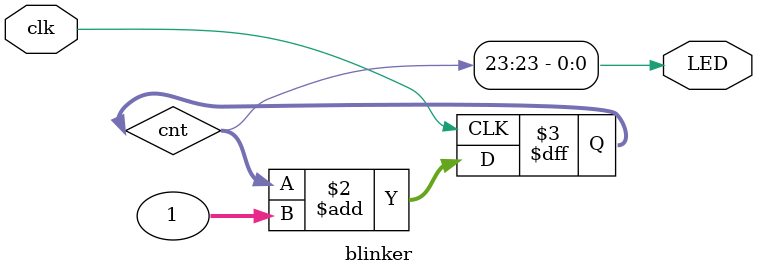
<source format=v>
/* Copyright (C) 2013 Upi Tamminen
 * See the COPYRIGHT file for more information */

module blinker(clk, LED);

input clk;
output LED;

reg [32:0] cnt;
always @(posedge clk) cnt <= cnt + 1;
assign LED = cnt[23];

endmodule

/* vim: set sw=4 et: */

</source>
